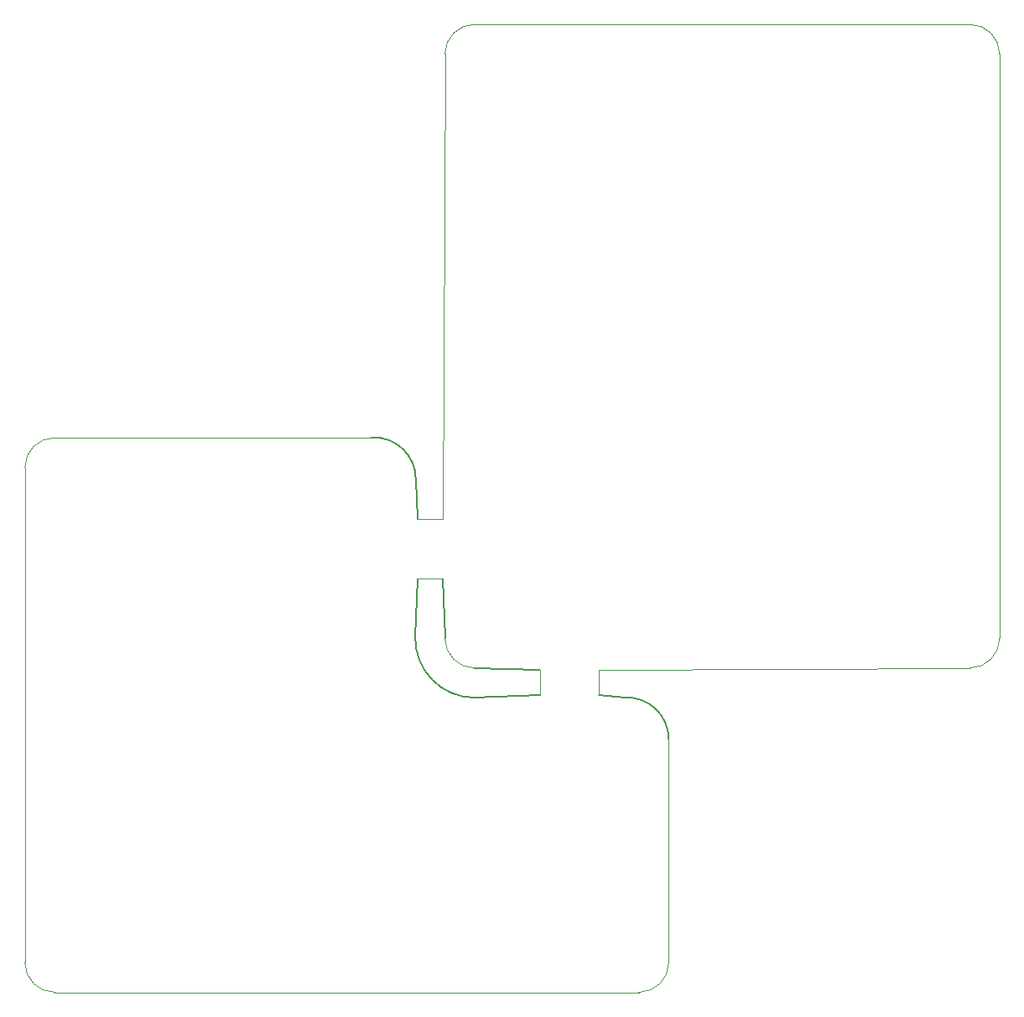
<source format=gbr>
%TF.GenerationSoftware,KiCad,Pcbnew,(6.0.4)*%
%TF.CreationDate,2022-06-27T22:42:26+03:00*%
%TF.ProjectId,VLC-both,564c432d-626f-4746-982e-6b696361645f,rev?*%
%TF.SameCoordinates,Original*%
%TF.FileFunction,Profile,NP*%
%FSLAX46Y46*%
G04 Gerber Fmt 4.6, Leading zero omitted, Abs format (unit mm)*
G04 Created by KiCad (PCBNEW (6.0.4)) date 2022-06-27 22:42:26*
%MOMM*%
%LPD*%
G01*
G04 APERTURE LIST*
%TA.AperFunction,Profile*%
%ADD10C,0.150000*%
%TD*%
%TA.AperFunction,Profile*%
%ADD11C,0.100000*%
%TD*%
%TA.AperFunction,Profile*%
%ADD12C,0.120000*%
%TD*%
G04 APERTURE END LIST*
D10*
X74987257Y-100738067D02*
X75184000Y-104732000D01*
D11*
X100521200Y-149547200D02*
X100521200Y-127000000D01*
X80923874Y-54801474D02*
G75*
G03*
X77923874Y-57801474I26J-3000026D01*
G01*
D10*
X74987317Y-100738067D02*
G75*
G03*
X70511792Y-96520004I-4225217J267D01*
G01*
X80882375Y-122795908D02*
X87495000Y-122515000D01*
X87495000Y-120015000D02*
X80923874Y-119801474D01*
X93495000Y-122515000D02*
X96045735Y-122781937D01*
D11*
X130923874Y-119801474D02*
G75*
G03*
X133923874Y-116801474I26J2999974D01*
G01*
X130923874Y-54801474D02*
X80923874Y-54801474D01*
X133923874Y-116801474D02*
X133923874Y-57801474D01*
D10*
X74930001Y-116713000D02*
G75*
G03*
X80882375Y-122795908I5993899J-88500D01*
G01*
D11*
X130923874Y-119801474D02*
X93495000Y-120015000D01*
D10*
X74930001Y-116713000D02*
X75184000Y-110732000D01*
D11*
X133923826Y-57801474D02*
G75*
G03*
X130923874Y-54801474I-2999926J74D01*
G01*
X77923926Y-116801474D02*
G75*
G03*
X80923874Y-119801474I2999974J-26D01*
G01*
D10*
X77684000Y-110732000D02*
X77923874Y-116801474D01*
D11*
X38521200Y-152547200D02*
X97521200Y-152547200D01*
X70511792Y-96520004D02*
X38516789Y-96551167D01*
X77684000Y-104732000D02*
X77923874Y-57801474D01*
X35521200Y-149547200D02*
G75*
G03*
X38521200Y-152547200I2999900J-100D01*
G01*
X97521200Y-152547200D02*
G75*
G03*
X100521200Y-149547200I0J3000000D01*
G01*
X35521200Y-149547200D02*
X35521200Y-99547200D01*
X38516789Y-96551170D02*
G75*
G03*
X35521200Y-99547200I11J-2995600D01*
G01*
D10*
X100521163Y-127000000D02*
G75*
G03*
X96045735Y-122781937I-4225463J0D01*
G01*
D12*
X87495000Y-120015000D02*
X87495000Y-122515000D01*
X93495000Y-120015000D02*
X93495000Y-122515000D01*
X75184000Y-110732000D02*
X77684000Y-110732000D01*
X75184000Y-104732000D02*
X77684000Y-104732000D01*
M02*

</source>
